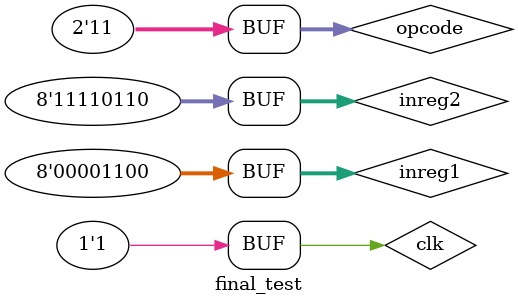
<source format=v>
`timescale 1ns / 1ps


module final_test;

	// Inputs
	reg [7:0] inreg1;
	reg [7:0] inreg2;
	reg [1:0] opcode;

	// Outputs
	wire [7:0] store_word;
	wire [7:0] store_inp1;
	wire carry_output;
	wire overflow_output;
   reg clk=0;
	// Instantiate the Unit Under Test (UUT)
	register_file uut (
		.inreg1(inreg1), 
		.inreg2(inreg2), 
		.opcode(opcode), 
		.store_word(store_word), 
		.store_inp1(store_inp1), 
		.carry_output(carry_output), 
		.overflow_output(overflow_output)
	);
   always begin 
	#5 clk =0;
	#5 clk =1;
	end
	initial begin
		// Initialize Inputs
		inreg1 = 0;
		inreg2 = 0;
		opcode = 0;
      // changes only at positive edge of the clock
		//test bench created and tested
		// Wait 100 ns for global reset to finish
		#27;
		inreg1 = 1;
		inreg2 = 1;
      opcode = 0;
      #27 opcode = 1;
      #27 opcode = 2;
      #27 opcode = 3;
		
      #27
		inreg1 = 127;
		inreg2 = 10;
		opcode = 0;
      #27 opcode = 1;
      #27 opcode = 2;
      #27 opcode = 3;

		#27
		inreg1 = 12;
		inreg2 = -10;
		opcode = 0;
      #27 opcode = 1;
      #27 opcode = 2;
      #27 opcode = 3;
		
	
	end
      
endmodule


</source>
